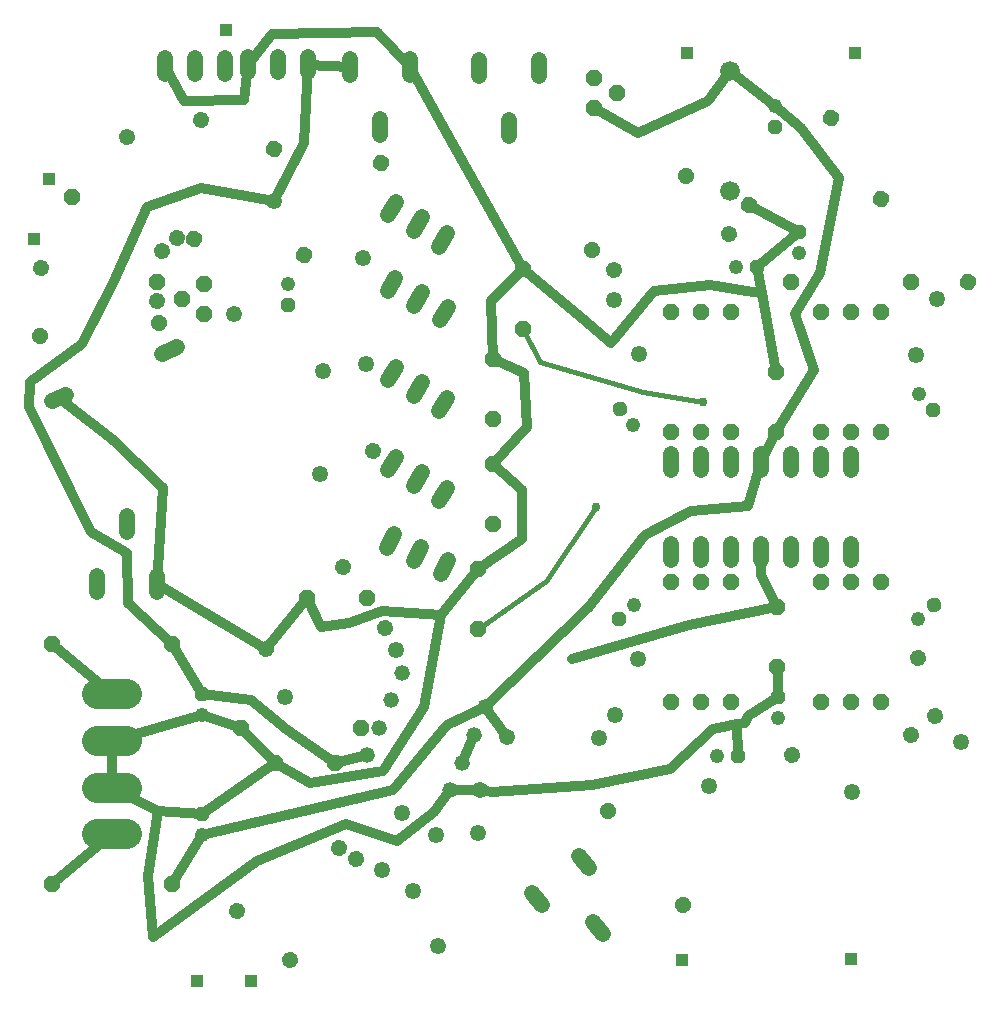
<source format=gbr>
G04 EAGLE Gerber RS-274X export*
G75*
%MOMM*%
%FSLAX34Y34*%
%LPD*%
%INTop Copper*%
%IPPOS*%
%AMOC8*
5,1,8,0,0,1.08239X$1,22.5*%
G01*
%ADD10P,1.319650X8X334.200000*%
%ADD11C,1.219200*%
%ADD12P,1.319650X8X151.200000*%
%ADD13P,1.319650X8X292.500000*%
%ADD14P,1.319650X8X61.200000*%
%ADD15P,1.319650X8X112.500000*%
%ADD16P,1.319650X8X247.500000*%
%ADD17C,1.676400*%
%ADD18C,1.320800*%
%ADD19C,1.320800*%
%ADD20C,2.514600*%
%ADD21P,1.429621X8X22.500000*%
%ADD22P,1.429621X8X292.500000*%
%ADD23P,1.429621X8X281.200000*%
%ADD24P,1.429621X8X89.900000*%
%ADD25P,1.429621X8X92.900000*%
%ADD26P,1.429621X8X72.700000*%
%ADD27P,1.429621X8X259.300000*%
%ADD28P,1.429621X8X234.400000*%
%ADD29P,1.429621X8X32.300000*%
%ADD30P,1.429621X8X225.700000*%
%ADD31P,1.429621X8X272.600000*%
%ADD32P,1.429621X8X69.100000*%
%ADD33P,1.429621X8X159.100000*%
%ADD34P,1.429621X8X112.500000*%
%ADD35P,1.429621X8X60.600000*%
%ADD36P,1.429621X8X309.600000*%
%ADD37P,1.429621X8X219.500000*%
%ADD38P,1.429621X8X331.300000*%
%ADD39P,1.429621X8X178.800000*%
%ADD40P,1.429621X8X226.700000*%
%ADD41P,1.429621X8X337.500000*%
%ADD42P,1.429621X8X32.200000*%
%ADD43P,1.429621X8X250.700000*%
%ADD44P,1.429621X8X366.600000*%
%ADD45P,1.429621X8X28.800000*%
%ADD46P,1.429621X8X272.900000*%
%ADD47P,1.429621X8X98.200000*%
%ADD48P,1.429621X8X316.600000*%
%ADD49P,1.429621X8X129.400000*%
%ADD50P,1.319650X8X22.500000*%
%ADD51P,1.429621X8X270.300000*%
%ADD52P,1.429621X8X272.500000*%
%ADD53P,1.429621X8X85.400000*%
%ADD54P,1.429621X8X271.600000*%
%ADD55R,1.108000X1.108000*%
%ADD56C,0.406400*%
%ADD57C,0.756400*%
%ADD58C,0.812800*%


D10*
X784164Y648204D03*
D11*
X772337Y661479D03*
D12*
X518692Y649080D03*
D11*
X529809Y635204D03*
D13*
X650051Y887735D03*
D11*
X650051Y905515D03*
D14*
X785188Y482600D03*
D11*
X771312Y471483D03*
D13*
X237651Y737013D03*
D11*
X237651Y754793D03*
D15*
X164802Y407817D03*
D11*
X164802Y390037D03*
D15*
X164802Y306217D03*
D11*
X164802Y288437D03*
D16*
X517964Y470756D03*
D11*
X530537Y483328D03*
D17*
X611951Y934725D03*
X611951Y833125D03*
D18*
X143461Y701033D02*
X131321Y695830D01*
X50077Y661009D02*
X37937Y655806D01*
X714750Y610646D02*
X714750Y597438D01*
X689350Y597438D02*
X689350Y610646D01*
X562350Y610646D02*
X562350Y597438D01*
X562350Y534446D02*
X562350Y521238D01*
X663950Y597438D02*
X663950Y610646D01*
X638550Y610646D02*
X638550Y597438D01*
X587750Y597438D02*
X587750Y610646D01*
X613150Y610646D02*
X613150Y597438D01*
X587750Y534446D02*
X587750Y521238D01*
X613150Y521238D02*
X613150Y534446D01*
X638550Y534446D02*
X638550Y521238D01*
X663950Y521238D02*
X663950Y534446D01*
X689350Y534446D02*
X689350Y521238D01*
X714750Y521238D02*
X714750Y534446D01*
D19*
X334654Y425777D03*
X324811Y402362D03*
X395057Y372833D03*
X404900Y396248D03*
X314968Y378946D03*
X305125Y355531D03*
X385214Y349418D03*
X375371Y326002D03*
D20*
X101175Y328315D02*
X76029Y328315D01*
X76029Y367939D02*
X101175Y367939D01*
X101175Y407563D02*
X76029Y407563D01*
X76029Y288691D02*
X101175Y288691D01*
D21*
X37802Y246527D03*
X139402Y246527D03*
X37802Y449727D03*
X139402Y449727D03*
D22*
X497088Y904013D03*
X516138Y916713D03*
X497088Y929413D03*
D23*
X164153Y893335D03*
X144245Y793704D03*
D24*
X264678Y593501D03*
X303722Y687299D03*
D25*
X267159Y681443D03*
X301241Y777157D03*
D26*
X251682Y779171D03*
X316718Y857229D03*
D27*
X295245Y267723D03*
X239612Y182708D03*
D28*
X280939Y277270D03*
X194684Y223581D03*
D21*
X197773Y379103D03*
X299373Y379103D03*
D29*
X219551Y445823D03*
X319669Y463117D03*
D30*
X329060Y444807D03*
X235676Y404782D03*
D31*
X399082Y289500D03*
X364499Y193966D03*
D32*
X627847Y821615D03*
X697655Y895435D03*
D33*
X813847Y756496D03*
X740027Y826304D03*
D22*
X689350Y731042D03*
X689350Y629442D03*
D34*
X714750Y629442D03*
X714750Y731042D03*
X740150Y629442D03*
X740150Y731042D03*
D21*
X663950Y756442D03*
X765550Y756442D03*
D35*
X495085Y783356D03*
X575038Y846047D03*
D22*
X613150Y731042D03*
X613150Y629442D03*
D34*
X587750Y629442D03*
X587750Y731042D03*
X562350Y629442D03*
X562350Y731042D03*
D36*
X101162Y879374D03*
X131036Y782265D03*
D37*
X610931Y796694D03*
X513770Y766989D03*
D38*
X508807Y308319D03*
X572470Y229138D03*
D34*
X613150Y400842D03*
X613150Y502442D03*
D22*
X587750Y502442D03*
X587750Y400842D03*
X562350Y502442D03*
X562350Y400842D03*
D39*
X594293Y329844D03*
X501262Y370682D03*
D40*
X807978Y366635D03*
X715306Y324987D03*
D34*
X689350Y400842D03*
X689350Y502442D03*
D22*
X714750Y502442D03*
X714750Y400842D03*
X740150Y502442D03*
X740150Y400842D03*
D41*
X54778Y828641D03*
X126620Y756798D03*
D42*
X664951Y355693D03*
X765098Y372811D03*
D18*
X134101Y932620D02*
X134101Y945828D01*
X184901Y945828D02*
X184901Y932620D01*
X159501Y932620D02*
X159501Y945828D01*
X255197Y947003D02*
X255197Y933795D01*
X204397Y933795D02*
X204397Y947003D01*
X229797Y947003D02*
X229797Y933795D01*
X290557Y931595D02*
X290557Y944803D01*
X315957Y894003D02*
X315957Y880795D01*
X341357Y931595D02*
X341357Y944803D01*
X126702Y507131D02*
X126702Y493923D01*
X101302Y544723D02*
X101302Y557931D01*
X75902Y507131D02*
X75902Y493923D01*
D43*
X226159Y868690D03*
X158439Y792949D03*
D44*
X29143Y768537D03*
X126856Y740702D03*
D45*
X27506Y710945D03*
X128492Y722094D03*
D46*
X226323Y824754D03*
X192241Y729041D03*
D47*
X284352Y514974D03*
X309448Y613426D03*
D18*
X344200Y799900D02*
X351200Y811101D01*
X372740Y797641D02*
X365741Y786440D01*
X322660Y813359D02*
X329659Y824560D01*
X350912Y747770D02*
X344488Y736230D01*
X366682Y723877D02*
X373106Y735417D01*
X328718Y760123D02*
X322294Y748583D01*
X351091Y671467D02*
X344309Y660133D01*
X366103Y647089D02*
X372886Y658423D01*
X329297Y684511D02*
X322514Y673177D01*
X351091Y595267D02*
X344309Y583933D01*
X366103Y570889D02*
X372886Y582223D01*
X329297Y608311D02*
X322514Y596977D01*
X350647Y532010D02*
X344753Y520190D01*
X367485Y508856D02*
X373378Y520677D01*
X327915Y543344D02*
X322022Y531523D01*
D34*
X166899Y754620D03*
X147849Y741920D03*
X166899Y729220D03*
D48*
X513879Y741528D03*
X534622Y695156D03*
D24*
X514489Y390092D03*
X534012Y436991D03*
D49*
X785634Y389239D03*
X770867Y437845D03*
D15*
X652550Y404846D03*
D11*
X652550Y387066D03*
D50*
X619213Y355041D03*
D11*
X601433Y355041D03*
D50*
X634740Y769142D03*
D11*
X616960Y769142D03*
D51*
X362977Y288146D03*
X343783Y241111D03*
D52*
X334724Y306681D03*
X317349Y258944D03*
D34*
X436600Y716600D03*
X436600Y767400D03*
X411200Y640400D03*
X411200Y691200D03*
X411200Y551500D03*
X411200Y602300D03*
X398500Y462600D03*
X398500Y513400D03*
D21*
X254016Y488684D03*
X304816Y488684D03*
D53*
X400522Y326087D03*
X423664Y371310D03*
D21*
X226438Y349105D03*
X277238Y349105D03*
D34*
X651887Y430698D03*
X651887Y481498D03*
X651250Y629442D03*
X651250Y680242D03*
D54*
X787312Y742071D03*
X769189Y694613D03*
D18*
X399473Y931168D02*
X399473Y944376D01*
X424873Y893576D02*
X424873Y880368D01*
X450273Y931168D02*
X450273Y944376D01*
X444700Y239077D02*
X452886Y228712D01*
X496118Y214953D02*
X504304Y204588D01*
X492753Y260197D02*
X484567Y270562D01*
D15*
X670124Y799081D03*
D11*
X670124Y781301D03*
D55*
X185194Y969436D03*
X22579Y793122D03*
X35818Y844016D03*
X160812Y164474D03*
X206543Y164303D03*
X714107Y182827D03*
X571016Y182068D03*
X575728Y950068D03*
X717493Y950255D03*
D56*
X456518Y502970D02*
X398500Y462600D01*
D57*
X498847Y566292D03*
D56*
X456518Y502970D01*
X451375Y688991D02*
X436600Y716600D01*
X451375Y688991D02*
X538638Y663015D01*
D57*
X589224Y654983D03*
D56*
X538638Y663015D01*
D58*
X395057Y372833D02*
X385214Y349418D01*
X638550Y508171D02*
X638550Y527842D01*
X638550Y508171D02*
X651887Y481498D01*
X164802Y407817D02*
X139402Y449727D01*
X164802Y407817D02*
X206753Y402813D01*
X235914Y377588D01*
X277238Y349105D01*
X305125Y355531D01*
X226323Y824754D02*
X251085Y873697D01*
X255197Y940399D01*
X290557Y938199D01*
X102537Y484283D02*
X139402Y449727D01*
X102537Y484283D02*
X101668Y526886D01*
X70649Y544732D01*
X18248Y650347D01*
X19117Y672083D01*
X63434Y704253D01*
X90132Y757162D01*
X118226Y819820D01*
X164462Y836216D01*
X226323Y824754D01*
X577091Y465976D02*
X651392Y481017D01*
X651887Y481498D01*
D57*
X478059Y436959D03*
D58*
X577091Y465976D01*
X88602Y407563D02*
X37802Y449727D01*
X88602Y288691D02*
X37802Y246527D01*
X638550Y604042D02*
X651250Y629442D01*
X404900Y396248D02*
X423664Y371310D01*
X164802Y288437D02*
X139402Y246527D01*
X164802Y288437D02*
X326550Y326349D01*
X372524Y381529D01*
X404900Y396248D01*
X650051Y905515D02*
X611951Y934725D01*
X534417Y882919D02*
X497088Y904013D01*
X534417Y882919D02*
X593861Y909473D01*
X611951Y934725D01*
X683272Y681710D02*
X651250Y629442D01*
X683272Y681710D02*
X667092Y728910D01*
X688665Y763636D01*
X704171Y844889D01*
X672485Y886695D01*
X650051Y905515D01*
X492377Y481294D02*
X404900Y396248D01*
X492377Y481294D02*
X539910Y541849D01*
X578924Y562482D01*
X626906Y566968D01*
X638550Y604042D01*
X435776Y539060D02*
X398500Y513400D01*
X435776Y539060D02*
X435776Y580487D01*
X411200Y602300D01*
X439816Y633535D01*
X437796Y679004D01*
X411200Y691200D01*
X638890Y746796D02*
X651250Y680242D01*
X638890Y746796D02*
X634740Y769142D01*
X651887Y430698D02*
X652550Y430035D01*
X652550Y404846D01*
X626930Y389332D01*
X617946Y381926D02*
X619213Y355041D01*
X400522Y326087D02*
X375371Y326002D01*
X88602Y328315D02*
X88602Y367939D01*
X164802Y306217D02*
X226438Y349105D01*
X197773Y379103D01*
X164802Y390037D01*
X226438Y349105D02*
X256668Y331867D01*
X317880Y342115D01*
X353346Y396507D01*
X367270Y474284D01*
X398500Y513400D01*
X367270Y474284D02*
X317092Y477963D01*
X289770Y467452D01*
X265601Y464562D01*
X254016Y488684D01*
X219551Y445823D01*
X341357Y938199D02*
X313603Y968027D01*
X224002Y966128D01*
X204397Y940399D01*
X149588Y909923D02*
X134101Y939224D01*
X149588Y909923D02*
X200842Y910303D01*
X204397Y940399D01*
X126702Y500527D02*
X219551Y445823D01*
X126702Y500527D02*
X132078Y582060D01*
X88515Y623417D01*
X44007Y658407D01*
X411200Y691200D02*
X409731Y740204D01*
X436600Y767400D01*
X375247Y877611D01*
X341357Y938199D01*
X164802Y390037D02*
X88602Y367939D01*
X436600Y767400D02*
X487591Y725264D01*
X511697Y705168D01*
X547855Y749013D01*
X594971Y754128D01*
X631494Y747551D01*
X638890Y746796D01*
X634740Y769142D02*
X670124Y799081D01*
X627847Y821615D01*
X624511Y383151D02*
X617946Y381926D01*
X597804Y378165D01*
X561054Y343842D01*
X494903Y330358D01*
X410990Y324842D01*
X400522Y326087D01*
X127452Y308395D02*
X88602Y328315D01*
X127452Y308395D02*
X118955Y253151D01*
X123204Y201550D01*
X211814Y265900D01*
X287071Y297468D01*
X330162Y283505D01*
X361722Y307788D01*
X375371Y326002D01*
X164802Y306217D02*
X127452Y308395D01*
X624511Y383151D02*
X626930Y389332D01*
M02*

</source>
